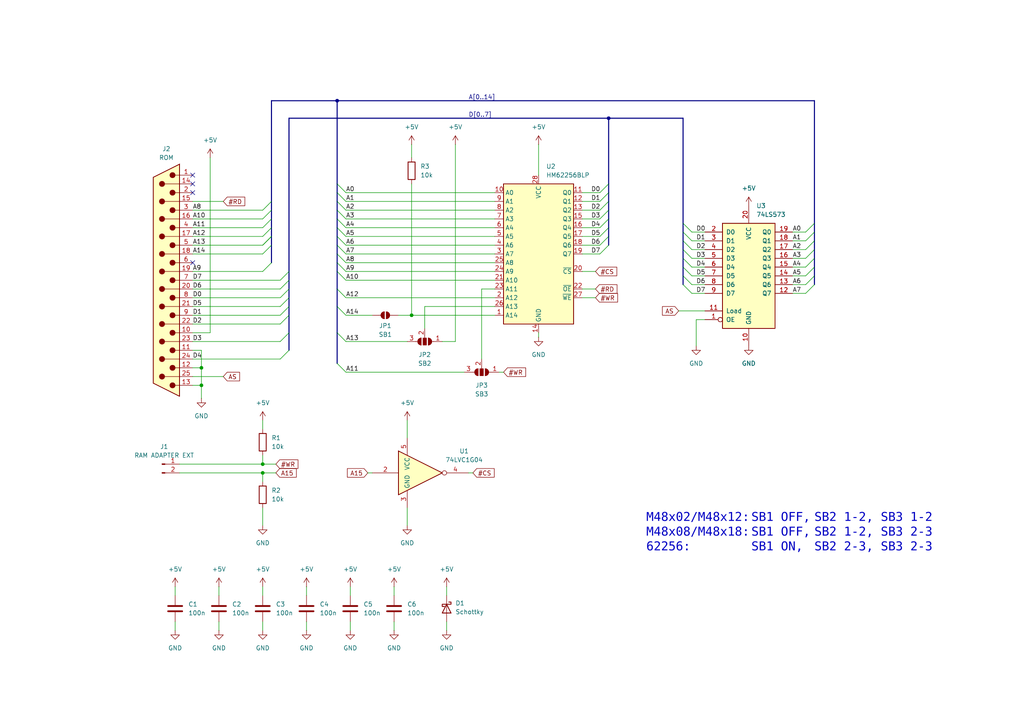
<source format=kicad_sch>
(kicad_sch (version 20231120) (generator "eeschema") (generator_version "8.0")
  (paper "A4")
  (title_block (title "ROM reader RAM adapter") (date "2025-01-22") (rev "B") (company "trwgQ26xxx"))
  (lib_symbols
    (symbol "+5V_1" (power) (pin_numbers hide) (pin_names (offset 0) hide)
      (property "Value" "+5V" (at 0 3.556 0))
      (symbol "+5V_1_0_1"
        (polyline (pts (xy -0.762 1.27) (xy 0 2.54)))
        (polyline (pts (xy 0 0) (xy 0 2.54)))
        (polyline (pts (xy 0 2.54) (xy 0.762 1.27)))
      )
      (symbol "+5V_1_1_1"
        (pin power_in line (at 0 0 90) (length 0) (name "~") (number "1"))
      )
    )
    (symbol "74xGxx:74LVC1G04"
      (property "Reference" "U" (at 0 7.62 0))
      (property "Value" "74LVC1G04" (at 5.08 -7.62 0))
      (symbol "74LVC1G04_0_1"
        (polyline (pts (xy -7.62 6.35) (xy -7.62 -6.35) (xy 5.08 0) (xy -7.62 6.35)) (stroke (width 0.254)) (fill (type background)))
      )
      (symbol "74LVC1G04_1_1"
        (pin input line (at -15.24 0 0) (length 7.62) (name "~") (number "2"))
        (pin power_in line (at -5.08 -10.16 90) (length 5.08) (name "GND") (number "3"))
        (pin output inverted (at 12.7 0 180) (length 7.62) (name "~") (number "4"))
        (pin power_in line (at -5.08 10.16 270) (length 5.08) (name "VCC") (number "5"))
      )
    )
    (symbol "74xx:74LS573" (pin_names (offset 1.016))
      (property "Reference" "U" (at -7.62 16.51 0))
      (property "Value" "74LS573" (at -7.62 -16.51 0))
      (symbol "74LS573_1_0"
        (pin input inverted (at -12.7 -12.7 0) (length 5.08) (name "OE") (number "1"))
        (pin power_in line (at 0 -20.32 90) (length 5.08) (name "GND") (number "10"))
        (pin input line (at -12.7 -10.16 0) (length 5.08) (name "Load") (number "11"))
        (pin tri_state line (at 12.7 -5.08 180) (length 5.08) (name "Q7") (number "12"))
        (pin tri_state line (at 12.7 -2.54 180) (length 5.08) (name "Q6") (number "13"))
        (pin tri_state line (at 12.7 0 180) (length 5.08) (name "Q5") (number "14"))
        (pin tri_state line (at 12.7 2.54 180) (length 5.08) (name "Q4") (number "15"))
        (pin tri_state line (at 12.7 5.08 180) (length 5.08) (name "Q3") (number "16"))
        (pin tri_state line (at 12.7 7.62 180) (length 5.08) (name "Q2") (number "17"))
        (pin tri_state line (at 12.7 10.16 180) (length 5.08) (name "Q1") (number "18"))
        (pin tri_state line (at 12.7 12.7 180) (length 5.08) (name "Q0") (number "19"))
        (pin input line (at -12.7 12.7 0) (length 5.08) (name "D0") (number "2"))
        (pin power_in line (at 0 20.32 270) (length 5.08) (name "VCC") (number "20"))
        (pin input line (at -12.7 10.16 0) (length 5.08) (name "D1") (number "3"))
        (pin input line (at -12.7 7.62 0) (length 5.08) (name "D2") (number "4"))
        (pin input line (at -12.7 5.08 0) (length 5.08) (name "D3") (number "5"))
        (pin input line (at -12.7 2.54 0) (length 5.08) (name "D4") (number "6"))
        (pin input line (at -12.7 0 0) (length 5.08) (name "D5") (number "7"))
        (pin input line (at -12.7 -2.54 0) (length 5.08) (name "D6") (number "8"))
        (pin input line (at -12.7 -5.08 0) (length 5.08) (name "D7") (number "9"))
      )
      (symbol "74LS573_1_1"
        (rectangle (start -7.62 15.24) (end 7.62 -15.24) (stroke (width 0.254)) (fill (type background)))
      )
    )
    (symbol "Connector:Conn_01x02_Pin" (pin_names (offset 1.016) hide)
      (property "Reference" "J" (at 0 2.54 0))
      (property "Value" "Conn_01x02_Pin" (at 0 -5.08 0))
      (symbol "Conn_01x02_Pin_1_1"
        (polyline (pts (xy 1.27 -2.54) (xy 0.8636 -2.54)) (stroke (width 0.1524)))
        (polyline (pts (xy 1.27 0) (xy 0.8636 0)) (stroke (width 0.1524)))
        (rectangle (start 0.8636 -2.413) (end 0 -2.667) (stroke (width 0.1524)) (fill (type outline)))
        (rectangle (start 0.8636 0.127) (end 0 -0.127) (stroke (width 0.1524)) (fill (type outline)))
        (pin passive line (at 5.08 0 180) (length 3.81) (name "Pin_1") (number "1"))
        (pin passive line (at 5.08 -2.54 180) (length 3.81) (name "Pin_2") (number "2"))
      )
    )
    (symbol "Connector:DB25_Plug" (pin_names (offset 1.016) hide)
      (property "Reference" "J" (at 0 34.29 0))
      (property "Value" "DB25_Plug" (at 0 -34.925 0))
      (symbol "DB25_Plug_0_1"
        (circle (center -1.778 -30.48) (radius 0.762) (fill (type outline)))
        (circle (center -1.778 -25.4) (radius 0.762) (fill (type outline)))
        (circle (center -1.778 -20.32) (radius 0.762) (fill (type outline)))
        (circle (center -1.778 -15.24) (radius 0.762) (fill (type outline)))
        (circle (center -1.778 -10.16) (radius 0.762) (fill (type outline)))
        (circle (center -1.778 -5.08) (radius 0.762) (fill (type outline)))
        (circle (center -1.778 0) (radius 0.762) (fill (type outline)))
        (circle (center -1.778 5.08) (radius 0.762) (fill (type outline)))
        (circle (center -1.778 10.16) (radius 0.762) (fill (type outline)))
        (circle (center -1.778 15.24) (radius 0.762) (fill (type outline)))
        (circle (center -1.778 20.32) (radius 0.762) (fill (type outline)))
        (circle (center -1.778 25.4) (radius 0.762) (fill (type outline)))
        (circle (center -1.778 30.48) (radius 0.762) (fill (type outline)))
        (polyline (pts (xy -3.81 -30.48) (xy -2.54 -30.48)))
        (polyline (pts (xy -3.81 -27.94) (xy 0.508 -27.94)))
        (polyline (pts (xy -3.81 -25.4) (xy -2.54 -25.4)))
        (polyline (pts (xy -3.81 -22.86) (xy 0.508 -22.86)))
        (polyline (pts (xy -3.81 -20.32) (xy -2.54 -20.32)))
        (polyline (pts (xy -3.81 -17.78) (xy 0.508 -17.78)))
        (polyline (pts (xy -3.81 -15.24) (xy -2.54 -15.24)))
        (polyline (pts (xy -3.81 -12.7) (xy 0.508 -12.7)))
        (polyline (pts (xy -3.81 -10.16) (xy -2.54 -10.16)))
        (polyline (pts (xy -3.81 -7.62) (xy 0.508 -7.62)))
        (polyline (pts (xy -3.81 -5.08) (xy -2.54 -5.08)))
        (polyline (pts (xy -3.81 -2.54) (xy 0.508 -2.54)))
        (polyline (pts (xy -3.81 0) (xy -2.54 0)))
        (polyline (pts (xy -3.81 2.54) (xy 0.508 2.54)))
        (polyline (pts (xy -3.81 5.08) (xy -2.54 5.08)))
        (polyline (pts (xy -3.81 7.62) (xy 0.508 7.62)))
        (polyline (pts (xy -3.81 10.16) (xy -2.54 10.16)))
        (polyline (pts (xy -3.81 12.7) (xy 0.508 12.7)))
        (polyline (pts (xy -3.81 15.24) (xy -2.54 15.24)))
        (polyline (pts (xy -3.81 17.78) (xy 0.508 17.78)))
        (polyline (pts (xy -3.81 20.32) (xy -2.54 20.32)))
        (polyline (pts (xy -3.81 22.86) (xy 0.508 22.86)))
        (polyline (pts (xy -3.81 25.4) (xy -2.54 25.4)))
        (polyline (pts (xy -3.81 27.94) (xy 0.508 27.94)))
        (polyline (pts (xy -3.81 30.48) (xy -2.54 30.48)))
        (polyline (pts (xy -3.81 -33.655) (xy 3.81 -29.845) (xy 3.81 29.845) (xy -3.81 33.655) (xy -3.81 -33.655)) (stroke (width 0.254)) (fill (type background)))
        (circle (center 1.27 -27.94) (radius 0.762) (fill (type outline)))
        (circle (center 1.27 -22.86) (radius 0.762) (fill (type outline)))
        (circle (center 1.27 -17.78) (radius 0.762) (fill (type outline)))
        (circle (center 1.27 -12.7) (radius 0.762) (fill (type outline)))
        (circle (center 1.27 -7.62) (radius 0.762) (fill (type outline)))
        (circle (center 1.27 -2.54) (radius 0.762) (fill (type outline)))
        (circle (center 1.27 2.54) (radius 0.762) (fill (type outline)))
        (circle (center 1.27 7.62) (radius 0.762) (fill (type outline)))
        (circle (center 1.27 12.7) (radius 0.762) (fill (type outline)))
        (circle (center 1.27 17.78) (radius 0.762) (fill (type outline)))
        (circle (center 1.27 22.86) (radius 0.762) (fill (type outline)))
        (circle (center 1.27 27.94) (radius 0.762) (fill (type outline)))
      )
      (symbol "DB25_Plug_1_1"
        (pin passive line (at -7.62 -30.48 0) (length 3.81) (name "1") (number "1"))
        (pin passive line (at -7.62 15.24 0) (length 3.81) (name "10") (number "10"))
        (pin passive line (at -7.62 20.32 0) (length 3.81) (name "11") (number "11"))
        (pin passive line (at -7.62 25.4 0) (length 3.81) (name "12") (number "12"))
        (pin passive line (at -7.62 30.48 0) (length 3.81) (name "13") (number "13"))
        (pin passive line (at -7.62 -27.94 0) (length 3.81) (name "P14") (number "14"))
        (pin passive line (at -7.62 -22.86 0) (length 3.81) (name "P15") (number "15"))
        (pin passive line (at -7.62 -17.78 0) (length 3.81) (name "P16") (number "16"))
        (pin passive line (at -7.62 -12.7 0) (length 3.81) (name "P17") (number "17"))
        (pin passive line (at -7.62 -7.62 0) (length 3.81) (name "P18") (number "18"))
        (pin passive line (at -7.62 -2.54 0) (length 3.81) (name "P19") (number "19"))
        (pin passive line (at -7.62 -25.4 0) (length 3.81) (name "2") (number "2"))
        (pin passive line (at -7.62 2.54 0) (length 3.81) (name "P20") (number "20"))
        (pin passive line (at -7.62 7.62 0) (length 3.81) (name "P21") (number "21"))
        (pin passive line (at -7.62 12.7 0) (length 3.81) (name "P22") (number "22"))
        (pin passive line (at -7.62 17.78 0) (length 3.81) (name "P23") (number "23"))
        (pin passive line (at -7.62 22.86 0) (length 3.81) (name "P24") (number "24"))
        (pin passive line (at -7.62 27.94 0) (length 3.81) (name "P25") (number "25"))
        (pin passive line (at -7.62 -20.32 0) (length 3.81) (name "3") (number "3"))
        (pin passive line (at -7.62 -15.24 0) (length 3.81) (name "4") (number "4"))
        (pin passive line (at -7.62 -10.16 0) (length 3.81) (name "5") (number "5"))
        (pin passive line (at -7.62 -5.08 0) (length 3.81) (name "6") (number "6"))
        (pin passive line (at -7.62 0 0) (length 3.81) (name "7") (number "7"))
        (pin passive line (at -7.62 5.08 0) (length 3.81) (name "8") (number "8"))
        (pin passive line (at -7.62 10.16 0) (length 3.81) (name "9") (number "9"))
      )
    )
    (symbol "Device:C" (pin_numbers hide) (pin_names (offset 0.254))
      (property "Reference" "C" (at 0.635 2.54 0))
      (property "Value" "C" (at 0.635 -2.54 0))
      (symbol "C_0_1"
        (polyline (pts (xy -2.032 -0.762) (xy 2.032 -0.762)) (stroke (width 0.508)))
        (polyline (pts (xy -2.032 0.762) (xy 2.032 0.762)) (stroke (width 0.508)))
      )
      (symbol "C_1_1"
        (pin passive line (at 0 3.81 270) (length 2.794) (name "~") (number "1"))
        (pin passive line (at 0 -3.81 90) (length 2.794) (name "~") (number "2"))
      )
    )
    (symbol "Device:D_Schottky" (pin_numbers hide) (pin_names (offset 1.016) hide)
      (property "Reference" "D" (at 0 2.54 0))
      (property "Value" "D_Schottky" (at 0 -2.54 0))
      (symbol "D_Schottky_0_1"
        (polyline (pts (xy 1.27 0) (xy -1.27 0)))
        (polyline (pts (xy 1.27 1.27) (xy 1.27 -1.27) (xy -1.27 0) (xy 1.27 1.27)) (stroke (width 0.254)))
        (polyline (pts (xy -1.905 0.635) (xy -1.905 1.27) (xy -1.27 1.27) (xy -1.27 -1.27) (xy -0.635 -1.27) (xy -0.635 -0.635)) (stroke (width 0.254)))
      )
      (symbol "D_Schottky_1_1"
        (pin passive line (at -3.81 0 0) (length 2.54) (name "K") (number "1"))
        (pin passive line (at 3.81 0 180) (length 2.54) (name "A") (number "2"))
      )
    )
    (symbol "Device:R" (pin_numbers hide) (pin_names (offset 0))
      (property "Reference" "R" (at 2.032 0 90))
      (property "Value" "R" (at 0 0 90))
      (symbol "R_0_1"
        (rectangle (start -1.016 -2.54) (end 1.016 2.54) (stroke (width 0.254)))
      )
      (symbol "R_1_1"
        (pin passive line (at 0 3.81 270) (length 1.27) (name "~") (number "1"))
        (pin passive line (at 0 -3.81 90) (length 1.27) (name "~") (number "2"))
      )
    )
    (symbol "GND_1" (power) (pin_numbers hide) (pin_names (offset 0) hide)
      (property "Value" "GND" (at 0 -3.81 0))
      (symbol "GND_1_0_1"
        (polyline (pts (xy 0 0) (xy 0 -1.27) (xy 1.27 -1.27) (xy 0 -2.54) (xy -1.27 -1.27) (xy 0 -1.27)))
      )
      (symbol "GND_1_1_1"
        (pin power_in line (at 0 0 270) (length 0) (name "~") (number "1"))
      )
    )
    (symbol "Jumper:SolderJumper_2_Open" (pin_numbers hide) (pin_names (offset 0) hide) (exclude_from_sim yes) (in_bom no)
      (property "Reference" "JP" (at 0 2.032 0))
      (property "Value" "SolderJumper_2_Open" (at 0 -2.54 0))
      (symbol "SolderJumper_2_Open_0_1"
        (arc (start -0.254 1.016) (mid -1.2656 0) (end -0.254 -1.016))
        (arc (start -0.254 1.016) (mid -1.2656 0) (end -0.254 -1.016) (fill (type outline)))
        (polyline (pts (xy -0.254 1.016) (xy -0.254 -1.016)))
        (polyline (pts (xy 0.254 1.016) (xy 0.254 -1.016)))
        (arc (start 0.254 -1.016) (mid 1.2656 0) (end 0.254 1.016))
        (arc (start 0.254 -1.016) (mid 1.2656 0) (end 0.254 1.016) (fill (type outline)))
      )
      (symbol "SolderJumper_2_Open_1_1"
        (pin passive line (at -3.81 0 0) (length 2.54) (name "A") (number "1"))
        (pin passive line (at 3.81 0 180) (length 2.54) (name "B") (number "2"))
      )
    )
    (symbol "Jumper:SolderJumper_3_Open" (pin_names (offset 0) hide) (exclude_from_sim yes) (in_bom no)
      (property "Reference" "JP" (at -2.54 -2.54 0))
      (property "Value" "SolderJumper_3_Open" (at 0 2.794 0))
      (symbol "SolderJumper_3_Open_0_1"
        (arc (start -1.016 1.016) (mid -2.0276 0) (end -1.016 -1.016))
        (arc (start -1.016 1.016) (mid -2.0276 0) (end -1.016 -1.016) (fill (type outline)))
        (rectangle (start -0.508 1.016) (end 0.508 -1.016) (fill (type outline)))
        (polyline (pts (xy -2.54 0) (xy -2.032 0)))
        (polyline (pts (xy -1.016 1.016) (xy -1.016 -1.016)))
        (polyline (pts (xy 0 -1.27) (xy 0 -1.016)))
        (polyline (pts (xy 1.016 1.016) (xy 1.016 -1.016)))
        (polyline (pts (xy 2.54 0) (xy 2.032 0)))
        (arc (start 1.016 -1.016) (mid 2.0276 0) (end 1.016 1.016))
        (arc (start 1.016 -1.016) (mid 2.0276 0) (end 1.016 1.016) (fill (type outline)))
      )
      (symbol "SolderJumper_3_Open_1_1"
        (pin passive line (at -5.08 0 0) (length 2.54) (name "A") (number "1"))
        (pin passive line (at 0 -3.81 90) (length 2.54) (name "C") (number "2"))
        (pin passive line (at 5.08 0 180) (length 2.54) (name "B") (number "3"))
      )
    )
    (symbol "Memory_RAM:HM62256BLP"
      (property "Reference" "U" (at -10.16 20.955 0))
      (property "Value" "HM62256BLP" (at 2.54 20.955 0))
      (symbol "HM62256BLP_0_0"
        (pin power_in line (at 0 -22.86 90) (length 2.54) (name "GND") (number "14"))
        (pin power_in line (at 0 22.86 270) (length 2.54) (name "VCC") (number "28"))
      )
      (symbol "HM62256BLP_0_1"
        (rectangle (start -10.16 20.32) (end 10.16 -20.32) (stroke (width 0.254)) (fill (type background)))
      )
      (symbol "HM62256BLP_1_1"
        (pin input line (at -12.7 -17.78 0) (length 2.54) (name "A14") (number "1"))
        (pin input line (at -12.7 17.78 0) (length 2.54) (name "A0") (number "10"))
        (pin tri_state line (at 12.7 17.78 180) (length 2.54) (name "Q0") (number "11"))
        (pin tri_state line (at 12.7 15.24 180) (length 2.54) (name "Q1") (number "12"))
        (pin tri_state line (at 12.7 12.7 180) (length 2.54) (name "Q2") (number "13"))
        (pin tri_state line (at 12.7 10.16 180) (length 2.54) (name "Q3") (number "15"))
        (pin tri_state line (at 12.7 7.62 180) (length 2.54) (name "Q4") (number "16"))
        (pin tri_state line (at 12.7 5.08 180) (length 2.54) (name "Q5") (number "17"))
        (pin tri_state line (at 12.7 2.54 180) (length 2.54) (name "Q6") (number "18"))
        (pin tri_state line (at 12.7 0 180) (length 2.54) (name "Q7") (number "19"))
        (pin input line (at -12.7 -12.7 0) (length 2.54) (name "A12") (number "2"))
        (pin input line (at 12.7 -5.08 180) (length 2.54) (name "~{CS}") (number "20"))
        (pin input line (at -12.7 -7.62 0) (length 2.54) (name "A10") (number "21"))
        (pin input line (at 12.7 -10.16 180) (length 2.54) (name "~{OE}") (number "22"))
        (pin input line (at -12.7 -10.16 0) (length 2.54) (name "A11") (number "23"))
        (pin input line (at -12.7 -5.08 0) (length 2.54) (name "A9") (number "24"))
        (pin input line (at -12.7 -2.54 0) (length 2.54) (name "A8") (number "25"))
        (pin input line (at -12.7 -15.24 0) (length 2.54) (name "A13") (number "26"))
        (pin input line (at 12.7 -12.7 180) (length 2.54) (name "~{WE}") (number "27"))
        (pin input line (at -12.7 0 0) (length 2.54) (name "A7") (number "3"))
        (pin input line (at -12.7 2.54 0) (length 2.54) (name "A6") (number "4"))
        (pin input line (at -12.7 5.08 0) (length 2.54) (name "A5") (number "5"))
        (pin input line (at -12.7 7.62 0) (length 2.54) (name "A4") (number "6"))
        (pin input line (at -12.7 10.16 0) (length 2.54) (name "A3") (number "7"))
        (pin input line (at -12.7 12.7 0) (length 2.54) (name "A2") (number "8"))
        (pin input line (at -12.7 15.24 0) (length 2.54) (name "A1") (number "9"))
      )
    )
  )
  (junction (at 119.38 91.44))
  (junction (at 176.53 34.29))
  (junction (at 76.2 134.62))
  (junction (at 58.42 106.68))
  (junction (at 58.42 111.76))
  (junction (at 76.2 137.16))
  (junction (at 97.79 29.21))
  (no_connect (at 55.88 76.2))
  (no_connect (at 55.88 53.34))
  (no_connect (at 55.88 55.88))
  (no_connect (at 55.88 50.8))
  (bus_entry (at 236.22 72.39) (size -2.54 2.54))
  (bus_entry (at 83.82 83.82) (size -2.54 2.54))
  (bus_entry (at 97.79 58.42) (size 2.54 2.54))
  (bus_entry (at 198.12 74.93) (size 2.54 2.54))
  (bus_entry (at 78.74 76.2) (size -2.54 2.54))
  (bus_entry (at 97.79 88.9) (size 2.54 2.54))
  (bus_entry (at 236.22 74.93) (size -2.54 2.54))
  (bus_entry (at 97.79 53.34) (size 2.54 2.54))
  (bus_entry (at 198.12 72.39) (size 2.54 2.54))
  (bus_entry (at 236.22 69.85) (size -2.54 2.54))
  (bus_entry (at 83.82 101.6) (size -2.54 2.54))
  (bus_entry (at 83.82 86.36) (size -2.54 2.54))
  (bus_entry (at 236.22 77.47) (size -2.54 2.54))
  (bus_entry (at 78.74 63.5) (size -2.54 2.54))
  (bus_entry (at 97.79 60.96) (size 2.54 2.54))
  (bus_entry (at 176.53 66.04) (size -2.54 2.54))
  (bus_entry (at 176.53 63.5) (size -2.54 2.54))
  (bus_entry (at 97.79 83.82) (size 2.54 2.54))
  (bus_entry (at 97.79 63.5) (size 2.54 2.54))
  (bus_entry (at 78.74 66.04) (size -2.54 2.54))
  (bus_entry (at 176.53 68.58) (size -2.54 2.54))
  (bus_entry (at 78.74 71.12) (size -2.54 2.54))
  (bus_entry (at 97.79 76.2) (size 2.54 2.54))
  (bus_entry (at 236.22 64.77) (size -2.54 2.54))
  (bus_entry (at 97.79 68.58) (size 2.54 2.54))
  (bus_entry (at 198.12 64.77) (size 2.54 2.54))
  (bus_entry (at 78.74 60.96) (size -2.54 2.54))
  (bus_entry (at 198.12 82.55) (size 2.54 2.54))
  (bus_entry (at 97.79 78.74) (size 2.54 2.54))
  (bus_entry (at 97.79 55.88) (size 2.54 2.54))
  (bus_entry (at 176.53 60.96) (size -2.54 2.54))
  (bus_entry (at 83.82 81.28) (size -2.54 2.54))
  (bus_entry (at 97.79 105.41) (size 2.54 2.54))
  (bus_entry (at 78.74 68.58) (size -2.54 2.54))
  (bus_entry (at 198.12 67.31) (size 2.54 2.54))
  (bus_entry (at 198.12 80.01) (size 2.54 2.54))
  (bus_entry (at 236.22 80.01) (size -2.54 2.54))
  (bus_entry (at 176.53 55.88) (size -2.54 2.54))
  (bus_entry (at 78.74 58.42) (size -2.54 2.54))
  (bus_entry (at 176.53 58.42) (size -2.54 2.54))
  (bus_entry (at 176.53 53.34) (size -2.54 2.54))
  (bus_entry (at 97.79 71.12) (size 2.54 2.54))
  (bus_entry (at 97.79 96.52) (size 2.54 2.54))
  (bus_entry (at 83.82 96.52) (size -2.54 2.54))
  (bus_entry (at 198.12 77.47) (size 2.54 2.54))
  (bus_entry (at 236.22 67.31) (size -2.54 2.54))
  (bus_entry (at 83.82 78.74) (size -2.54 2.54))
  (bus_entry (at 97.79 66.04) (size 2.54 2.54))
  (bus_entry (at 176.53 71.12) (size -2.54 2.54))
  (bus_entry (at 83.82 91.44) (size -2.54 2.54))
  (bus_entry (at 78.74 68.58) (size -2.54 2.54))
  (bus_entry (at 83.82 88.9) (size -2.54 2.54))
  (bus_entry (at 236.22 82.55) (size -2.54 2.54))
  (bus_entry (at 97.79 73.66) (size 2.54 2.54))
  (bus_entry (at 198.12 69.85) (size 2.54 2.54))
  (bus (pts (xy 97.79 83.82) (xy 97.79 88.9)))
  (wire (pts (xy 200.66 74.93) (xy 204.47 74.93)))
  (bus (pts (xy 176.53 34.29) (xy 198.12 34.29)))
  (wire (pts (xy 100.33 107.95) (xy 134.62 107.95)))
  (wire (pts (xy 168.91 58.42) (xy 173.99 58.42)))
  (bus (pts (xy 97.79 73.66) (xy 97.79 71.12)))
  (bus (pts (xy 97.79 83.82) (xy 97.79 78.74)))
  (wire (pts (xy 168.91 66.04) (xy 173.99 66.04)))
  (wire (pts (xy 200.66 85.09) (xy 204.47 85.09)))
  (wire (pts (xy 118.11 121.92) (xy 118.11 127)))
  (bus (pts (xy 198.12 74.93) (xy 198.12 77.47)))
  (wire (pts (xy 100.33 86.36) (xy 143.51 86.36)))
  (wire (pts (xy 76.2 137.16) (xy 80.01 137.16)))
  (wire (pts (xy 119.38 91.44) (xy 143.51 91.44)))
  (wire (pts (xy 50.8 170.18) (xy 50.8 172.72)))
  (wire (pts (xy 100.33 73.66) (xy 143.51 73.66)))
  (bus (pts (xy 176.53 68.58) (xy 176.53 66.04)))
  (wire (pts (xy 204.47 92.71) (xy 201.93 92.71)))
  (wire (pts (xy 52.07 137.16) (xy 76.2 137.16)))
  (bus (pts (xy 198.12 69.85) (xy 198.12 72.39)))
  (wire (pts (xy 76.2 170.18) (xy 76.2 172.72)))
  (wire (pts (xy 100.33 68.58) (xy 143.51 68.58)))
  (wire (pts (xy 200.66 67.31) (xy 204.47 67.31)))
  (bus (pts (xy 236.22 64.77) (xy 236.22 67.31)))
  (bus (pts (xy 176.53 58.42) (xy 176.53 55.88)))
  (wire (pts (xy 55.88 66.04) (xy 76.2 66.04)))
  (wire (pts (xy 229.87 72.39) (xy 233.68 72.39)))
  (wire (pts (xy 229.87 82.55) (xy 233.68 82.55)))
  (bus (pts (xy 97.79 78.74) (xy 97.79 76.2)))
  (wire (pts (xy 129.54 170.18) (xy 129.54 172.72)))
  (bus (pts (xy 97.79 71.12) (xy 97.79 68.58)))
  (wire (pts (xy 55.88 109.22) (xy 64.77 109.22)))
  (wire (pts (xy 200.66 80.01) (xy 204.47 80.01)))
  (wire (pts (xy 139.7 83.82) (xy 143.51 83.82)))
  (bus (pts (xy 78.74 29.21) (xy 97.79 29.21)))
  (wire (pts (xy 229.87 77.47) (xy 233.68 77.47)))
  (wire (pts (xy 144.78 107.95) (xy 146.05 107.95)))
  (bus (pts (xy 97.79 66.04) (xy 97.79 63.5)))
  (wire (pts (xy 50.8 180.34) (xy 50.8 182.88)))
  (wire (pts (xy 114.3 170.18) (xy 114.3 172.72)))
  (wire (pts (xy 55.88 104.14) (xy 81.28 104.14)))
  (wire (pts (xy 55.88 71.12) (xy 76.2 71.12)))
  (wire (pts (xy 168.91 73.66) (xy 173.99 73.66)))
  (bus (pts (xy 97.79 60.96) (xy 97.79 58.42)))
  (wire (pts (xy 200.66 72.39) (xy 204.47 72.39)))
  (bus (pts (xy 236.22 80.01) (xy 236.22 82.55)))
  (bus (pts (xy 78.74 71.12) (xy 78.74 76.2)))
  (wire (pts (xy 115.57 91.44) (xy 119.38 91.44)))
  (wire (pts (xy 229.87 67.31) (xy 233.68 67.31)))
  (wire (pts (xy 76.2 78.74) (xy 55.88 78.74)))
  (wire (pts (xy 204.47 90.17) (xy 196.85 90.17)))
  (bus (pts (xy 176.53 60.96) (xy 176.53 58.42)))
  (bus (pts (xy 78.74 60.96) (xy 78.74 63.5)))
  (bus (pts (xy 78.74 68.58) (xy 78.74 71.12)))
  (bus (pts (xy 78.74 58.42) (xy 78.74 60.96)))
  (bus (pts (xy 97.79 53.34) (xy 97.79 29.21)))
  (bus (pts (xy 83.82 91.44) (xy 83.82 96.52)))
  (wire (pts (xy 100.33 63.5) (xy 143.51 63.5)))
  (bus (pts (xy 83.82 78.74) (xy 83.82 81.28)))
  (wire (pts (xy 106.68 137.16) (xy 107.95 137.16)))
  (bus (pts (xy 83.82 96.52) (xy 83.82 101.6)))
  (wire (pts (xy 55.88 111.76) (xy 58.42 111.76)))
  (wire (pts (xy 129.54 180.34) (xy 129.54 182.88)))
  (bus (pts (xy 198.12 64.77) (xy 198.12 67.31)))
  (wire (pts (xy 168.91 63.5) (xy 173.99 63.5)))
  (wire (pts (xy 101.6 170.18) (xy 101.6 172.72)))
  (wire (pts (xy 200.66 69.85) (xy 204.47 69.85)))
  (bus (pts (xy 236.22 67.31) (xy 236.22 69.85)))
  (bus (pts (xy 97.79 63.5) (xy 97.79 60.96)))
  (wire (pts (xy 55.88 86.36) (xy 81.28 86.36)))
  (wire (pts (xy 55.88 63.5) (xy 76.2 63.5)))
  (wire (pts (xy 123.19 88.9) (xy 143.51 88.9)))
  (wire (pts (xy 76.2 132.08) (xy 76.2 134.62)))
  (wire (pts (xy 132.08 41.91) (xy 132.08 99.06)))
  (bus (pts (xy 176.53 63.5) (xy 176.53 60.96)))
  (bus (pts (xy 83.82 81.28) (xy 83.82 83.82)))
  (wire (pts (xy 168.91 71.12) (xy 173.99 71.12)))
  (wire (pts (xy 63.5 180.34) (xy 63.5 182.88)))
  (wire (pts (xy 100.33 76.2) (xy 143.51 76.2)))
  (wire (pts (xy 58.42 111.76) (xy 58.42 115.57)))
  (bus (pts (xy 236.22 69.85) (xy 236.22 72.39)))
  (bus (pts (xy 97.79 76.2) (xy 97.79 73.66)))
  (wire (pts (xy 76.2 147.32) (xy 76.2 152.4)))
  (wire (pts (xy 168.91 68.58) (xy 173.99 68.58)))
  (wire (pts (xy 100.33 91.44) (xy 107.95 91.44)))
  (bus (pts (xy 198.12 77.47) (xy 198.12 80.01)))
  (bus (pts (xy 176.53 66.04) (xy 176.53 63.5)))
  (wire (pts (xy 100.33 66.04) (xy 143.51 66.04)))
  (wire (pts (xy 168.91 60.96) (xy 173.99 60.96)))
  (bus (pts (xy 236.22 72.39) (xy 236.22 74.93)))
  (bus (pts (xy 236.22 29.21) (xy 236.22 64.77)))
  (wire (pts (xy 58.42 101.6) (xy 58.42 106.68)))
  (wire (pts (xy 156.21 41.91) (xy 156.21 50.8)))
  (wire (pts (xy 52.07 134.62) (xy 76.2 134.62)))
  (wire (pts (xy 76.2 134.62) (xy 80.01 134.62)))
  (wire (pts (xy 76.2 137.16) (xy 76.2 139.7)))
  (wire (pts (xy 55.88 93.98) (xy 81.28 93.98)))
  (wire (pts (xy 118.11 152.4) (xy 118.11 147.32)))
  (wire (pts (xy 55.88 60.96) (xy 76.2 60.96)))
  (wire (pts (xy 55.88 73.66) (xy 76.2 73.66)))
  (wire (pts (xy 200.66 77.47) (xy 204.47 77.47)))
  (wire (pts (xy 100.33 71.12) (xy 143.51 71.12)))
  (bus (pts (xy 83.82 86.36) (xy 83.82 88.9)))
  (bus (pts (xy 83.82 34.29) (xy 83.82 78.74)))
  (wire (pts (xy 229.87 80.01) (xy 233.68 80.01)))
  (wire (pts (xy 76.2 121.92) (xy 76.2 124.46)))
  (wire (pts (xy 55.88 96.52) (xy 60.96 96.52)))
  (wire (pts (xy 156.21 97.79) (xy 156.21 96.52)))
  (bus (pts (xy 78.74 63.5) (xy 78.74 66.04)))
  (wire (pts (xy 119.38 41.91) (xy 119.38 45.72)))
  (wire (pts (xy 100.33 81.28) (xy 143.51 81.28)))
  (wire (pts (xy 55.88 68.58) (xy 76.2 68.58)))
  (bus (pts (xy 97.79 58.42) (xy 97.79 55.88)))
  (wire (pts (xy 123.19 95.25) (xy 123.19 88.9)))
  (wire (pts (xy 58.42 106.68) (xy 58.42 111.76)))
  (bus (pts (xy 97.79 29.21) (xy 236.22 29.21)))
  (wire (pts (xy 168.91 78.74) (xy 172.72 78.74)))
  (bus (pts (xy 83.82 88.9) (xy 83.82 91.44)))
  (wire (pts (xy 100.33 60.96) (xy 143.51 60.96)))
  (bus (pts (xy 97.79 96.52) (xy 97.79 105.41)))
  (bus (pts (xy 97.79 68.58) (xy 97.79 66.04)))
  (wire (pts (xy 229.87 85.09) (xy 233.68 85.09)))
  (bus (pts (xy 176.53 55.88) (xy 176.53 53.34)))
  (bus (pts (xy 176.53 71.12) (xy 176.53 68.58)))
  (wire (pts (xy 172.72 86.36) (xy 168.91 86.36)))
  (wire (pts (xy 139.7 83.82) (xy 139.7 104.14)))
  (bus (pts (xy 176.53 53.34) (xy 176.53 34.29)))
  (bus (pts (xy 97.79 88.9) (xy 97.79 96.52)))
  (wire (pts (xy 88.9 170.18) (xy 88.9 172.72)))
  (wire (pts (xy 229.87 74.93) (xy 233.68 74.93)))
  (wire (pts (xy 76.2 180.34) (xy 76.2 182.88)))
  (wire (pts (xy 55.88 99.06) (xy 81.28 99.06)))
  (wire (pts (xy 55.88 81.28) (xy 81.28 81.28)))
  (wire (pts (xy 100.33 58.42) (xy 143.51 58.42)))
  (bus (pts (xy 198.12 67.31) (xy 198.12 69.85)))
  (wire (pts (xy 60.96 96.52) (xy 60.96 45.72)))
  (bus (pts (xy 97.79 55.88) (xy 97.79 53.34)))
  (wire (pts (xy 55.88 83.82) (xy 81.28 83.82)))
  (wire (pts (xy 168.91 83.82) (xy 172.72 83.82)))
  (bus (pts (xy 198.12 34.29) (xy 198.12 64.77)))
  (wire (pts (xy 55.88 91.44) (xy 81.28 91.44)))
  (bus (pts (xy 236.22 77.47) (xy 236.22 80.01)))
  (wire (pts (xy 114.3 180.34) (xy 114.3 182.88)))
  (wire (pts (xy 100.33 99.06) (xy 118.11 99.06)))
  (wire (pts (xy 132.08 99.06) (xy 128.27 99.06)))
  (wire (pts (xy 55.88 106.68) (xy 58.42 106.68)))
  (wire (pts (xy 55.88 58.42) (xy 64.77 58.42)))
  (wire (pts (xy 55.88 101.6) (xy 58.42 101.6)))
  (wire (pts (xy 200.66 82.55) (xy 204.47 82.55)))
  (bus (pts (xy 83.82 83.82) (xy 83.82 86.36)))
  (wire (pts (xy 229.87 69.85) (xy 233.68 69.85)))
  (wire (pts (xy 168.91 55.88) (xy 173.99 55.88)))
  (wire (pts (xy 55.88 88.9) (xy 81.28 88.9)))
  (bus (pts (xy 198.12 80.01) (xy 198.12 82.55)))
  (wire (pts (xy 201.93 92.71) (xy 201.93 100.33)))
  (bus (pts (xy 78.74 29.21) (xy 78.74 58.42)))
  (bus (pts (xy 198.12 72.39) (xy 198.12 74.93)))
  (wire (pts (xy 135.89 137.16) (xy 137.16 137.16)))
  (wire (pts (xy 119.38 53.34) (xy 119.38 91.44)))
  (bus (pts (xy 78.74 66.04) (xy 78.74 68.58)))
  (wire (pts (xy 100.33 55.88) (xy 143.51 55.88)))
  (wire (pts (xy 100.33 78.74) (xy 143.51 78.74)))
  (bus (pts (xy 83.82 34.29) (xy 176.53 34.29)))
  (wire (pts (xy 101.6 180.34) (xy 101.6 182.88)))
  (wire (pts (xy 63.5 170.18) (xy 63.5 172.72)))
  (wire (pts (xy 88.9 180.34) (xy 88.9 182.88)))
  (bus (pts (xy 236.22 74.93) (xy 236.22 77.47)))
  (text "M48x02/M48x12:	SB1 OFF,	SB2 1-2, SB3 1-2\nM48x08/M48x18:	SB1 OFF,	SB2 1-2, SB3 2-3\n62256:			SB1 ON,	SB2 2-3, SB3 2-3" (at 187.452 155.194 0) (effects (font (size 2.54 2.54)) (justify left)))
  (label "D3" (at 201.93 74.93 0))
  (label "A11" (at 100.33 107.95 0))
  (label "A3" (at 100.33 63.5 0))
  (label "A11" (at 55.88 66.04 0))
  (label "D5" (at 171.45 68.58 0))
  (label "D2" (at 55.88 93.98 0))
  (label "D6" (at 55.88 83.82 0))
  (label "D3" (at 171.45 63.5 0))
  (label "A1" (at 229.87 69.85 0))
  (label "D0" (at 171.45 55.88 0))
  (label "D2" (at 201.93 72.39 0))
  (label "A5" (at 229.87 80.01 0))
  (label "D1" (at 55.88 91.44 0))
  (label "A6" (at 100.33 71.12 0))
  (label "D2" (at 171.45 60.96 0))
  (label "A0" (at 229.87 67.31 0))
  (label "A7" (at 229.87 85.09 0))
  (label "A4" (at 229.87 77.47 0))
  (label "A12" (at 55.88 68.58 0))
  (label "D5" (at 201.93 80.01 0))
  (label "A9" (at 55.88 78.74 0))
  (label "A7" (at 100.33 73.66 0))
  (label "D7" (at 201.93 85.09 0))
  (label "A1" (at 100.33 58.42 0))
  (label "D4" (at 201.93 77.47 0))
  (label "A12" (at 100.33 86.36 0))
  (label "D6" (at 201.93 82.55 0))
  (label "A14" (at 55.88 73.66 0))
  (label "D[0..7]" (at 135.89 34.29 0))
  (label "A3" (at 229.87 74.93 0))
  (label "A10" (at 55.88 63.5 0))
  (label "D4" (at 171.45 66.04 0))
  (label "A[0..14]" (at 135.89 29.21 0))
  (label "D3" (at 55.88 99.06 0))
  (label "A9" (at 100.33 78.74 0))
  (label "A2" (at 100.33 60.96 0))
  (label "D7" (at 55.88 81.28 0))
  (label "A4" (at 100.33 66.04 0))
  (label "D5" (at 55.88 88.9 0))
  (label "A8" (at 100.33 76.2 0))
  (label "D4" (at 55.88 104.14 0))
  (label "D6" (at 171.45 71.12 0))
  (label "A0" (at 100.33 55.88 0))
  (label "A13" (at 100.33 99.06 0))
  (label "A5" (at 100.33 68.58 0))
  (label "D0" (at 201.93 67.31 0))
  (label "A8" (at 55.88 60.96 0))
  (label "A10" (at 100.33 81.28 0))
  (label "D7" (at 171.45 73.66 0))
  (label "D1" (at 201.93 69.85 0))
  (label "A13" (at 55.88 71.12 0))
  (label "D0" (at 55.88 86.36 0))
  (label "A2" (at 229.87 72.39 0))
  (label "A6" (at 229.87 82.55 0))
  (label "A14" (at 100.33 91.44 0))
  (label "D1" (at 171.45 58.42 0))
  (global_label "#CS" (shape input) (at 137.16 137.16 0) (property "Intersheetrefs" "${INTERSHEET_REFS}" (effects (hide yes))))
  (global_label "A15" (shape input) (at 80.01 137.16 0) (property "Intersheetrefs" "${INTERSHEET_REFS}" (effects (hide yes))))
  (global_label "#CS" (shape input) (at 172.72 78.74 0) (property "Intersheetrefs" "${INTERSHEET_REFS}" (effects (hide yes))))
  (global_label "#WR" (shape input) (at 80.01 134.62 0) (property "Intersheetrefs" "${INTERSHEET_REFS}" (effects (hide yes))))
  (global_label "#WR" (shape input) (at 146.05 107.95 0) (property "Intersheetrefs" "${INTERSHEET_REFS}" (effects (hide yes))))
  (global_label "#WR" (shape input) (at 172.72 86.36 0) (property "Intersheetrefs" "${INTERSHEET_REFS}" (effects (hide yes))))
  (global_label "AS" (shape input) (at 64.77 109.22 0) (property "Intersheetrefs" "${INTERSHEET_REFS}" (effects (hide yes))))
  (global_label "A15" (shape input) (at 106.68 137.16 180) (property "Intersheetrefs" "${INTERSHEET_REFS}" (effects (hide yes))))
  (global_label "AS" (shape input) (at 196.85 90.17 180) (property "Intersheetrefs" "${INTERSHEET_REFS}" (effects (hide yes))))
  (global_label "#RD" (shape input) (at 64.77 58.42 0) (property "Intersheetrefs" "${INTERSHEET_REFS}" (effects (hide yes))))
  (global_label "#RD" (shape input) (at 172.72 83.82 0) (property "Intersheetrefs" "${INTERSHEET_REFS}" (effects (hide yes))))
  (symbol (lib_id "Device:C") (at 50.8 176.53 0) (unit 1)
    (property "Reference" "C1" (at 54.61 175.26 0) (effects (justify left)))
    (property "Value" "100n" (at 54.61 177.8 0) (effects (justify left)))
    (property "Footprint" "Capacitor_SMD:C_1206_3216Metric_Pad1.33x1.80mm_HandSolder" (effects (hide yes)))
  )
  (symbol (lib_id "Device:C") (at 114.3 176.53 0) (unit 1)
    (property "Reference" "C6" (at 118.11 175.26 0) (effects (justify left)))
    (property "Value" "100n" (at 118.11 177.8 0) (effects (justify left)))
    (property "Footprint" "Capacitor_SMD:C_1206_3216Metric_Pad1.33x1.80mm_HandSolder" (effects (hide yes)))
  )
  (symbol (lib_id "Connector:DB25_Plug") (at 48.26 81.28 180) (unit 1)
    (property "Reference" "J2" (at 48.26 43.18 0))
    (property "Value" "ROM" (at 48.26 45.72 0))
    (property "Footprint" "Connector_Dsub:DSUB-25_Male_Horizontal_P2.77x2.84mm_EdgePinOffset4.94mm_Housed_MountingHolesOffset7.48mm" (effects (hide yes)))
    (property "Datasheet" " ~" (effects (hide yes)))
  )
  (symbol (lib_name "+5V_1") (lib_id "power:+5V") (at 63.5 170.18 0) (unit 1)
    (property "Reference" "#PWR05" (effects (hide yes)))
    (property "Value" "+5V" (at 63.5 165.1 0))
    (property "Description" "Power symbol creates a global label with name \"+5V\"" (effects (hide yes)))
  )
  (symbol (lib_id "Device:C") (at 88.9 176.53 0) (unit 1)
    (property "Reference" "C4" (at 92.71 175.26 0) (effects (justify left)))
    (property "Value" "100n" (at 92.71 177.8 0) (effects (justify left)))
    (property "Footprint" "Capacitor_SMD:C_1206_3216Metric_Pad1.33x1.80mm_HandSolder" (effects (hide yes)))
  )
  (symbol (lib_id "Jumper:SolderJumper_3_Open") (at 139.7 107.95 180) (unit 1) (exclude_from_sim yes) (in_bom no)
    (property "Reference" "JP3" (at 139.7 111.76 0))
    (property "Value" "SB3" (at 139.7 114.3 0))
    (property "Footprint" "Jumper:SolderJumper-3_P1.3mm_Open_RoundedPad1.0x1.5mm" (effects (hide yes)))
    (property "Description" "Solder Jumper, 3-pole, open" (effects (hide yes)))
  )
  (symbol (lib_name "GND_1") (lib_id "power:GND") (at 114.3 182.88 0) (unit 1)
    (property "Reference" "#PWR016" (effects (hide yes)))
    (property "Value" "GND" (at 114.3 187.96 0))
    (property "Description" "Power symbol creates a global label with name \"GND\" , ground" (effects (hide yes)))
  )
  (symbol (lib_id "Device:R") (at 76.2 128.27 0) (unit 1)
    (property "Reference" "R1" (at 78.74 126.9999 0) (effects (justify left)))
    (property "Value" "10k" (at 78.74 129.5399 0) (effects (justify left)))
    (property "Footprint" "Resistor_SMD:R_1206_3216Metric_Pad1.30x1.75mm_HandSolder" (effects (hide yes)))
    (property "Description" "Resistor" (effects (hide yes)))
  )
  (symbol (lib_id "74xx:74LS573") (at 217.17 80.01 0) (unit 1)
    (property "Reference" "U3" (at 219.3641 59.69 0) (effects (justify left)))
    (property "Value" "74LS573" (at 219.3641 62.23 0) (effects (justify left)))
    (property "Footprint" "Package_SO:SOIC-20W_7.5x12.8mm_P1.27mm" (effects (hide yes)))
    (property "Datasheet" "74xx/74hc573.pdf" (effects (hide yes)))
  )
  (symbol (lib_name "GND_1") (lib_id "power:GND") (at 201.93 100.33 0) (unit 1)
    (property "Reference" "#PWR023" (effects (hide yes)))
    (property "Value" "GND" (at 201.93 105.41 0))
    (property "Description" "Power symbol creates a global label with name \"GND\" , ground" (effects (hide yes)))
  )
  (symbol (lib_name "GND_1") (lib_id "power:GND") (at 101.6 182.88 0) (unit 1)
    (property "Reference" "#PWR014" (effects (hide yes)))
    (property "Value" "GND" (at 101.6 187.96 0))
    (property "Description" "Power symbol creates a global label with name \"GND\" , ground" (effects (hide yes)))
  )
  (symbol (lib_name "+5V_1") (lib_id "power:+5V") (at 50.8 170.18 0) (unit 1)
    (property "Reference" "#PWR01" (effects (hide yes)))
    (property "Value" "+5V" (at 50.8 165.1 0))
    (property "Description" "Power symbol creates a global label with name \"+5V\"" (effects (hide yes)))
  )
  (symbol (lib_name "+5V_1") (lib_id "power:+5V") (at 88.9 170.18 0) (unit 1)
    (property "Reference" "#PWR011" (effects (hide yes)))
    (property "Value" "+5V" (at 88.9 165.1 0))
    (property "Description" "Power symbol creates a global label with name \"+5V\"" (effects (hide yes)))
  )
  (symbol (lib_id "Jumper:SolderJumper_3_Open") (at 123.19 99.06 180) (unit 1) (exclude_from_sim yes) (in_bom no)
    (property "Reference" "JP2" (at 123.19 102.87 0))
    (property "Value" "SB2" (at 123.19 105.41 0))
    (property "Footprint" "Jumper:SolderJumper-3_P1.3mm_Open_RoundedPad1.0x1.5mm" (effects (hide yes)))
    (property "Description" "Solder Jumper, 3-pole, open" (effects (hide yes)))
  )
  (symbol (lib_name "GND_1") (lib_id "power:GND") (at 129.54 182.88 0) (unit 1)
    (property "Reference" "#PWR027" (effects (hide yes)))
    (property "Value" "GND" (at 129.54 187.96 0))
    (property "Description" "Power symbol creates a global label with name \"GND\" , ground" (effects (hide yes)))
  )
  (symbol (lib_name "+5V_1") (lib_id "power:+5V") (at 119.38 41.91 0) (unit 1)
    (property "Reference" "#PWR019" (effects (hide yes)))
    (property "Value" "+5V" (at 119.38 36.83 0))
    (property "Description" "Power symbol creates a global label with name \"+5V\"" (effects (hide yes)))
  )
  (symbol (lib_id "Device:C") (at 101.6 176.53 0) (unit 1)
    (property "Reference" "C5" (at 105.41 175.26 0) (effects (justify left)))
    (property "Value" "100n" (at 105.41 177.8 0) (effects (justify left)))
    (property "Footprint" "Capacitor_SMD:C_1206_3216Metric_Pad1.33x1.80mm_HandSolder" (effects (hide yes)))
  )
  (symbol (lib_id "Memory_RAM:HM62256BLP") (at 156.21 73.66 0) (unit 1)
    (property "Reference" "U2" (at 158.4041 48.26 0) (effects (justify left)))
    (property "Value" "HM62256BLP" (at 158.4041 50.8 0) (effects (justify left)))
    (property "Footprint" "Socket:DIP_Socket-28_W11.9_W12.7_W15.24_W17.78_W18.5_3M_228-1277-00-0602J" (effects (hide yes)))
    (property "Datasheet" "https://web.mit.edu/6.115/www/document/62256.pdf" (effects (hide yes)))
    (property "Description" "32,768-word × 8-bit High Speed CMOS Static RAM, 70ns, DIP-28" (effects (hide yes)))
  )
  (symbol (lib_name "+5V_1") (lib_id "power:+5V") (at 118.11 121.92 0) (unit 1)
    (property "Reference" "#PWR017" (effects (hide yes)))
    (property "Value" "+5V" (at 118.11 116.84 0))
    (property "Description" "Power symbol creates a global label with name \"+5V\"" (effects (hide yes)))
  )
  (symbol (lib_name "GND_1") (lib_id "power:GND") (at 217.17 100.33 0) (unit 1)
    (property "Reference" "#PWR025" (effects (hide yes)))
    (property "Value" "GND" (at 217.17 105.41 0))
    (property "Description" "Power symbol creates a global label with name \"GND\" , ground" (effects (hide yes)))
  )
  (symbol (lib_name "+5V_1") (lib_id "power:+5V") (at 114.3 170.18 0) (unit 1)
    (property "Reference" "#PWR015" (effects (hide yes)))
    (property "Value" "+5V" (at 114.3 165.1 0))
    (property "Description" "Power symbol creates a global label with name \"+5V\"" (effects (hide yes)))
  )
  (symbol (lib_name "+5V_1") (lib_id "power:+5V") (at 101.6 170.18 0) (unit 1)
    (property "Reference" "#PWR013" (effects (hide yes)))
    (property "Value" "+5V" (at 101.6 165.1 0))
    (property "Description" "Power symbol creates a global label with name \"+5V\"" (effects (hide yes)))
  )
  (symbol (lib_name "+5V_1") (lib_id "power:+5V") (at 217.17 59.69 0) (unit 1)
    (property "Reference" "#PWR024" (effects (hide yes)))
    (property "Value" "+5V" (at 217.17 54.61 0))
    (property "Description" "Power symbol creates a global label with name \"+5V\"" (effects (hide yes)))
  )
  (symbol (lib_id "Device:C") (at 76.2 176.53 0) (unit 1)
    (property "Reference" "C3" (at 80.01 175.26 0) (effects (justify left)))
    (property "Value" "100n" (at 80.01 177.8 0) (effects (justify left)))
    (property "Footprint" "Capacitor_SMD:C_1206_3216Metric_Pad1.33x1.80mm_HandSolder" (effects (hide yes)))
  )
  (symbol (lib_name "+5V_1") (lib_id "power:+5V") (at 129.54 170.18 0) (unit 1)
    (property "Reference" "#PWR026" (effects (hide yes)))
    (property "Value" "+5V" (at 129.54 165.1 0))
    (property "Description" "Power symbol creates a global label with name \"+5V\"" (effects (hide yes)))
  )
  (symbol (lib_name "GND_1") (lib_id "power:GND") (at 76.2 182.88 0) (unit 1)
    (property "Reference" "#PWR010" (effects (hide yes)))
    (property "Value" "GND" (at 76.2 187.96 0))
    (property "Description" "Power symbol creates a global label with name \"GND\" , ground" (effects (hide yes)))
  )
  (symbol (lib_name "GND_1") (lib_id "power:GND") (at 88.9 182.88 0) (unit 1)
    (property "Reference" "#PWR012" (effects (hide yes)))
    (property "Value" "GND" (at 88.9 187.96 0))
    (property "Description" "Power symbol creates a global label with name \"GND\" , ground" (effects (hide yes)))
  )
  (symbol (lib_name "+5V_1") (lib_id "power:+5V") (at 60.96 45.72 0) (unit 1)
    (property "Reference" "#PWR04" (effects (hide yes)))
    (property "Value" "+5V" (at 60.96 40.64 0))
    (property "Description" "Power symbol creates a global label with name \"+5V\"" (effects (hide yes)))
  )
  (symbol (lib_name "GND_1") (lib_id "power:GND") (at 76.2 152.4 0) (unit 1)
    (property "Reference" "#PWR08" (effects (hide yes)))
    (property "Value" "GND" (at 76.2 157.48 0))
    (property "Description" "Power symbol creates a global label with name \"GND\" , ground" (effects (hide yes)))
  )
  (symbol (lib_name "GND_1") (lib_id "power:GND") (at 50.8 182.88 0) (unit 1)
    (property "Reference" "#PWR02" (effects (hide yes)))
    (property "Value" "GND" (at 50.8 187.96 0))
    (property "Description" "Power symbol creates a global label with name \"GND\" , ground" (effects (hide yes)))
  )
  (symbol (lib_name "+5V_1") (lib_id "power:+5V") (at 156.21 41.91 0) (unit 1)
    (property "Reference" "#PWR021" (effects (hide yes)))
    (property "Value" "+5V" (at 156.21 36.83 0))
    (property "Description" "Power symbol creates a global label with name \"+5V\"" (effects (hide yes)))
  )
  (symbol (lib_name "+5V_1") (lib_id "power:+5V") (at 76.2 170.18 0) (unit 1)
    (property "Reference" "#PWR09" (effects (hide yes)))
    (property "Value" "+5V" (at 76.2 165.1 0))
    (property "Description" "Power symbol creates a global label with name \"+5V\"" (effects (hide yes)))
  )
  (symbol (lib_id "Connector:Conn_01x02_Pin") (at 46.99 134.62 0) (unit 1)
    (property "Reference" "J1" (at 47.625 129.54 0))
    (property "Value" "RAM ADAPTER EXT" (at 47.625 132.08 0))
    (property "Footprint" "Connector_PinHeader_2.54mm:PinHeader_1x02_P2.54mm_Vertical" (effects (hide yes)))
    (property "Description" "Generic connector, single row, 01x02, script generated" (effects (hide yes)))
  )
  (symbol (lib_id "Jumper:SolderJumper_2_Open") (at 111.76 91.44 180) (unit 1) (exclude_from_sim yes) (in_bom no)
    (property "Reference" "JP1" (at 111.76 94.488 0))
    (property "Value" "SB1" (at 111.76 97.028 0))
    (property "Footprint" "Jumper:SolderJumper-2_P1.3mm_Open_RoundedPad1.0x1.5mm" (effects (hide yes)))
    (property "Description" "Solder Jumper, 2-pole, open" (effects (hide yes)))
  )
  (symbol (lib_name "+5V_1") (lib_id "power:+5V") (at 76.2 121.92 0) (unit 1)
    (property "Reference" "#PWR07" (effects (hide yes)))
    (property "Value" "+5V" (at 76.2 116.84 0))
    (property "Description" "Power symbol creates a global label with name \"+5V\"" (effects (hide yes)))
  )
  (symbol (lib_name "GND_1") (lib_id "power:GND") (at 58.42 115.57 0) (unit 1)
    (property "Reference" "#PWR03" (effects (hide yes)))
    (property "Value" "GND" (at 58.42 120.65 0))
    (property "Description" "Power symbol creates a global label with name \"GND\" , ground" (effects (hide yes)))
  )
  (symbol (lib_id "Device:C") (at 63.5 176.53 0) (unit 1)
    (property "Reference" "C2" (at 67.31 175.26 0) (effects (justify left)))
    (property "Value" "100n" (at 67.31 177.8 0) (effects (justify left)))
    (property "Footprint" "Capacitor_SMD:C_1206_3216Metric_Pad1.33x1.80mm_HandSolder" (effects (hide yes)))
  )
  (symbol (lib_id "Device:D_Schottky") (at 129.54 176.53 270) (unit 1)
    (property "Reference" "D1" (at 132.08 174.9424 90) (effects (justify left)))
    (property "Value" "Schottky" (at 132.08 177.4824 90) (effects (justify left)))
    (property "Footprint" "Diode_SMD:D_SMB_Handsoldering" (effects (hide yes)))
    (property "Description" "Schottky diode" (effects (hide yes)))
  )
  (symbol (lib_id "74xGxx:74LVC1G04") (at 123.19 137.16 0) (unit 1)
    (property "Reference" "U1" (at 134.62 130.8414 0))
    (property "Value" "74LVC1G04" (at 134.62 133.3814 0))
    (property "Footprint" "Package_TO_SOT_SMD:SOT-23-5_HandSoldering" (effects (hide yes)))
    (property "Datasheet" "https://www.ti.com/lit/ds/symlink/sn74lvc1g04.pdf" (effects (hide yes)))
    (property "Description" "Single NOT Gate, Low-Voltage CMOS" (effects (hide yes)))
  )
  (symbol (lib_name "+5V_1") (lib_id "power:+5V") (at 132.08 41.91 0) (unit 1)
    (property "Reference" "#PWR020" (effects (hide yes)))
    (property "Value" "+5V" (at 132.08 36.83 0))
    (property "Description" "Power symbol creates a global label with name \"+5V\"" (effects (hide yes)))
  )
  (symbol (lib_name "GND_1") (lib_id "power:GND") (at 156.21 97.79 0) (unit 1)
    (property "Reference" "#PWR022" (effects (hide yes)))
    (property "Value" "GND" (at 156.21 102.87 0))
    (property "Description" "Power symbol creates a global label with name \"GND\" , ground" (effects (hide yes)))
  )
  (symbol (lib_name "GND_1") (lib_id "power:GND") (at 118.11 152.4 0) (unit 1)
    (property "Reference" "#PWR018" (effects (hide yes)))
    (property "Value" "GND" (at 118.11 157.48 0))
    (property "Description" "Power symbol creates a global label with name \"GND\" , ground" (effects (hide yes)))
  )
  (symbol (lib_id "Device:R") (at 76.2 143.51 0) (unit 1)
    (property "Reference" "R2" (at 78.74 142.2399 0) (effects (justify left)))
    (property "Value" "10k" (at 78.74 144.7799 0) (effects (justify left)))
    (property "Footprint" "Resistor_SMD:R_1206_3216Metric_Pad1.30x1.75mm_HandSolder" (effects (hide yes)))
    (property "Description" "Resistor" (effects (hide yes)))
  )
  (symbol (lib_id "Device:R") (at 119.38 49.53 0) (unit 1)
    (property "Reference" "R3" (at 121.92 48.2599 0) (effects (justify left)))
    (property "Value" "10k" (at 121.92 50.7999 0) (effects (justify left)))
    (property "Footprint" "Resistor_SMD:R_1206_3216Metric_Pad1.30x1.75mm_HandSolder" (effects (hide yes)))
    (property "Description" "Resistor" (effects (hide yes)))
  )
  (symbol (lib_name "GND_1") (lib_id "power:GND") (at 63.5 182.88 0) (unit 1)
    (property "Reference" "#PWR06" (effects (hide yes)))
    (property "Value" "GND" (at 63.5 187.96 0))
    (property "Description" "Power symbol creates a global label with name \"GND\" , ground" (effects (hide yes)))
  )
)
</source>
